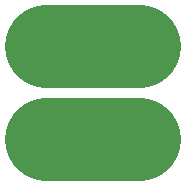
<source format=gbs>
%TF.GenerationSoftware,KiCad,Pcbnew,4.0.5-e0-6337~49~ubuntu16.04.1*%
%TF.CreationDate,2017-05-27T11:30:19-07:00*%
%TF.ProjectId,2x2-LED-SMT,3278322D4C45442D534D542E6B696361,v1.2*%
%TF.FileFunction,Soldermask,Bot*%
%FSLAX46Y46*%
G04 Gerber Fmt 4.6, Leading zero omitted, Abs format (unit mm)*
G04 Created by KiCad (PCBNEW 4.0.5-e0-6337~49~ubuntu16.04.1) date Sat May 27 11:30:19 2017*
%MOMM*%
%LPD*%
G01*
G04 APERTURE LIST*
%ADD10C,0.350000*%
%ADD11C,7.000000*%
G04 APERTURE END LIST*
D10*
D11*
X27051500Y-34666000D02*
X34951500Y-34666000D01*
X27076500Y-26741000D02*
X34976500Y-26741000D01*
D10*
G36*
X27374610Y-31591847D02*
X27965555Y-31713151D01*
X28521698Y-31946932D01*
X29021834Y-32284278D01*
X29446921Y-32712343D01*
X29780766Y-33214821D01*
X30010656Y-33772576D01*
X30127764Y-34364014D01*
X30127764Y-34364024D01*
X30127831Y-34364363D01*
X30118210Y-35053416D01*
X30118133Y-35053754D01*
X30118133Y-35053762D01*
X29984557Y-35641701D01*
X29739185Y-36192816D01*
X29391437Y-36685778D01*
X28954562Y-37101809D01*
X28445200Y-37425061D01*
X27882754Y-37643219D01*
X27288647Y-37747976D01*
X26685503Y-37735342D01*
X26096300Y-37605797D01*
X25543482Y-37364277D01*
X25048107Y-37019982D01*
X24629037Y-36586023D01*
X24302238Y-36078930D01*
X24080156Y-35518014D01*
X23971255Y-34924658D01*
X23979677Y-34321441D01*
X24105106Y-33731347D01*
X24342759Y-33176858D01*
X24683591Y-32679088D01*
X25114612Y-32257000D01*
X25619413Y-31926668D01*
X26178759Y-31700677D01*
X26771345Y-31587636D01*
X27374610Y-31591847D01*
X27374610Y-31591847D01*
G37*
G36*
X35374610Y-31591847D02*
X35965555Y-31713151D01*
X36521698Y-31946932D01*
X37021834Y-32284278D01*
X37446921Y-32712343D01*
X37780766Y-33214821D01*
X38010656Y-33772576D01*
X38127764Y-34364014D01*
X38127764Y-34364024D01*
X38127831Y-34364363D01*
X38118210Y-35053416D01*
X38118133Y-35053754D01*
X38118133Y-35053762D01*
X37984557Y-35641701D01*
X37739185Y-36192816D01*
X37391437Y-36685778D01*
X36954562Y-37101809D01*
X36445200Y-37425061D01*
X35882754Y-37643219D01*
X35288647Y-37747976D01*
X34685503Y-37735342D01*
X34096300Y-37605797D01*
X33543482Y-37364277D01*
X33048107Y-37019982D01*
X32629037Y-36586023D01*
X32302238Y-36078930D01*
X32080156Y-35518014D01*
X31971255Y-34924658D01*
X31979677Y-34321441D01*
X32105106Y-33731347D01*
X32342759Y-33176858D01*
X32683591Y-32679088D01*
X33114612Y-32257000D01*
X33619413Y-31926668D01*
X34178759Y-31700677D01*
X34771345Y-31587636D01*
X35374610Y-31591847D01*
X35374610Y-31591847D01*
G37*
G36*
X27374610Y-23591847D02*
X27965555Y-23713151D01*
X28521698Y-23946932D01*
X29021834Y-24284278D01*
X29446921Y-24712343D01*
X29780766Y-25214821D01*
X30010656Y-25772576D01*
X30127764Y-26364014D01*
X30127764Y-26364024D01*
X30127831Y-26364363D01*
X30118210Y-27053416D01*
X30118133Y-27053754D01*
X30118133Y-27053762D01*
X29984557Y-27641701D01*
X29739185Y-28192816D01*
X29391437Y-28685778D01*
X28954562Y-29101809D01*
X28445200Y-29425061D01*
X27882754Y-29643219D01*
X27288647Y-29747976D01*
X26685503Y-29735342D01*
X26096300Y-29605797D01*
X25543482Y-29364277D01*
X25048107Y-29019982D01*
X24629037Y-28586023D01*
X24302238Y-28078930D01*
X24080156Y-27518014D01*
X23971255Y-26924658D01*
X23979677Y-26321441D01*
X24105106Y-25731347D01*
X24342759Y-25176858D01*
X24683591Y-24679088D01*
X25114612Y-24257000D01*
X25619413Y-23926668D01*
X26178759Y-23700677D01*
X26771345Y-23587636D01*
X27374610Y-23591847D01*
X27374610Y-23591847D01*
G37*
G36*
X35374610Y-23591847D02*
X35965555Y-23713151D01*
X36521698Y-23946932D01*
X37021834Y-24284278D01*
X37446921Y-24712343D01*
X37780766Y-25214821D01*
X38010656Y-25772576D01*
X38127764Y-26364014D01*
X38127764Y-26364024D01*
X38127831Y-26364363D01*
X38118210Y-27053416D01*
X38118133Y-27053754D01*
X38118133Y-27053762D01*
X37984557Y-27641701D01*
X37739185Y-28192816D01*
X37391437Y-28685778D01*
X36954562Y-29101809D01*
X36445200Y-29425061D01*
X35882754Y-29643219D01*
X35288647Y-29747976D01*
X34685503Y-29735342D01*
X34096300Y-29605797D01*
X33543482Y-29364277D01*
X33048107Y-29019982D01*
X32629037Y-28586023D01*
X32302238Y-28078930D01*
X32080156Y-27518014D01*
X31971255Y-26924658D01*
X31979677Y-26321441D01*
X32105106Y-25731347D01*
X32342759Y-25176858D01*
X32683591Y-24679088D01*
X33114612Y-24257000D01*
X33619413Y-23926668D01*
X34178759Y-23700677D01*
X34771345Y-23587636D01*
X35374610Y-23591847D01*
X35374610Y-23591847D01*
G37*
M02*

</source>
